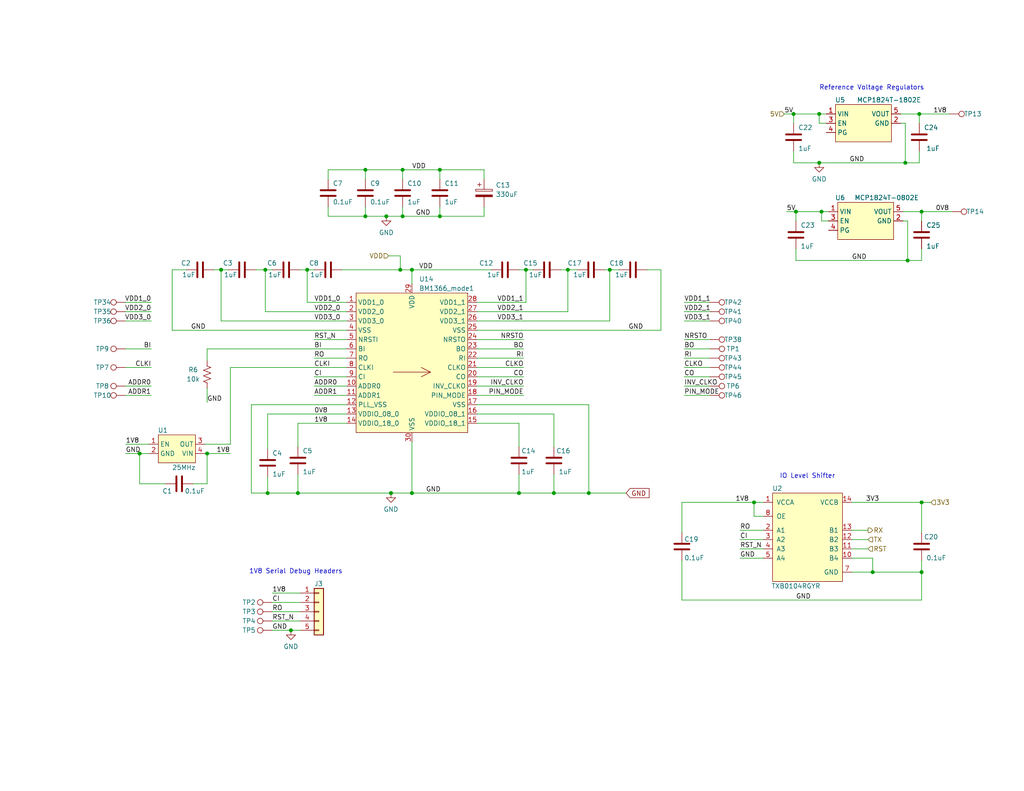
<source format=kicad_sch>
(kicad_sch (version 20231120) (generator "eeschema") (generator_version "8.0")
  (paper "A")
  (title_block (title "Bitaxe Ultra") (date "2023-12-10") (rev "204"))
  (lib_symbols
    (symbol "Connector:TestPoint" (pin_numbers hide) (pin_names (offset 0.762) hide)
      (property "Reference" "TP" (at 0 6.858 0))
      (property "Value" "TestPoint" (at 0 5.08 0))
      (symbol "TestPoint_0_1"
        (circle (center 0 3.302) (radius 0.762))
      )
      (symbol "TestPoint_1_1"
        (pin passive line (at 0 0 90) (length 2.54) (name "1") (number "1"))
      )
    )
    (symbol "Connector_Generic:Conn_01x05" (pin_names (offset 1.016) hide)
      (property "Reference" "J" (at 0 7.62 0))
      (property "Value" "Conn_01x05" (at 0 -7.62 0))
      (symbol "Conn_01x05_1_1"
        (rectangle (start -1.27 -4.953) (end 0 -5.207) (stroke (width 0.1524)))
        (rectangle (start -1.27 -2.413) (end 0 -2.667) (stroke (width 0.1524)))
        (rectangle (start -1.27 0.127) (end 0 -0.127) (stroke (width 0.1524)))
        (rectangle (start -1.27 2.667) (end 0 2.413) (stroke (width 0.1524)))
        (rectangle (start -1.27 5.207) (end 0 4.953) (stroke (width 0.1524)))
        (rectangle (start -1.27 6.35) (end 1.27 -6.35) (stroke (width 0.254)) (fill (type background)))
        (pin passive line (at -5.08 5.08 0) (length 3.81) (name "Pin_1") (number "1"))
        (pin passive line (at -5.08 2.54 0) (length 3.81) (name "Pin_2") (number "2"))
        (pin passive line (at -5.08 0 0) (length 3.81) (name "Pin_3") (number "3"))
        (pin passive line (at -5.08 -2.54 0) (length 3.81) (name "Pin_4") (number "4"))
        (pin passive line (at -5.08 -5.08 0) (length 3.81) (name "Pin_5") (number "5"))
      )
    )
    (symbol "Device:C" (pin_numbers hide) (pin_names (offset 0.254))
      (property "Reference" "C" (at 0.635 2.54 0))
      (property "Value" "C" (at 0.635 -2.54 0))
      (symbol "C_0_1"
        (polyline (pts (xy -2.032 -0.762) (xy 2.032 -0.762)) (stroke (width 0.508)))
        (polyline (pts (xy -2.032 0.762) (xy 2.032 0.762)) (stroke (width 0.508)))
      )
      (symbol "C_1_1"
        (pin passive line (at 0 3.81 270) (length 2.794) (name "~") (number "1"))
        (pin passive line (at 0 -3.81 90) (length 2.794) (name "~") (number "2"))
      )
    )
    (symbol "Device:C_Polarized" (pin_numbers hide) (pin_names (offset 0.254))
      (property "Reference" "C" (at 0.635 2.54 0))
      (property "Value" "C_Polarized" (at 0.635 -2.54 0))
      (symbol "C_Polarized_0_1"
        (rectangle (start -2.286 0.508) (end 2.286 1.016))
        (polyline (pts (xy -1.778 2.286) (xy -0.762 2.286)))
        (polyline (pts (xy -1.27 2.794) (xy -1.27 1.778)))
        (rectangle (start 2.286 -0.508) (end -2.286 -1.016) (fill (type outline)))
      )
      (symbol "C_Polarized_1_1"
        (pin passive line (at 0 3.81 270) (length 2.794) (name "~") (number "1"))
        (pin passive line (at 0 -3.81 90) (length 2.794) (name "~") (number "2"))
      )
    )
    (symbol "Device:R_US" (pin_numbers hide) (pin_names (offset 0))
      (property "Reference" "R" (at 2.54 0 90))
      (property "Value" "R_US" (at -2.54 0 90))
      (symbol "R_US_0_1"
        (polyline (pts (xy 0 -2.286) (xy 0 -2.54)))
        (polyline (pts (xy 0 2.286) (xy 0 2.54)))
        (polyline (pts (xy 0 -0.762) (xy 1.016 -1.143) (xy 0 -1.524) (xy -1.016 -1.905) (xy 0 -2.286)))
        (polyline (pts (xy 0 0.762) (xy 1.016 0.381) (xy 0 0) (xy -1.016 -0.381) (xy 0 -0.762)))
        (polyline (pts (xy 0 2.286) (xy 1.016 1.905) (xy 0 1.524) (xy -1.016 1.143) (xy 0 0.762)))
      )
      (symbol "R_US_1_1"
        (pin passive line (at 0 3.81 270) (length 1.27) (name "~") (number "1"))
        (pin passive line (at 0 -3.81 90) (length 1.27) (name "~") (number "2"))
      )
    )
    (symbol "MCP1824_1"
      (property "Reference" "U" (at -7.62 5.08 0))
      (property "Value" "MCP1824_1" (at 5.08 5.08 0))
      (symbol "MCP1824_1_0_1"
        (rectangle (start -7.62 3.81) (end 7.62 -6.35) (stroke (width 0.1524)) (fill (type background)))
      )
      (symbol "MCP1824_1_1_0"
        (pin bidirectional line (at -10.16 1.27 0) (length 2.54) (name "VIN") (number "1"))
        (pin bidirectional line (at 10.16 -1.27 180) (length 2.54) (name "GND") (number "2"))
        (pin bidirectional line (at -10.16 -1.27 0) (length 2.54) (name "EN") (number "3"))
        (pin bidirectional line (at -10.16 -3.81 0) (length 2.54) (name "PG") (number "4"))
        (pin bidirectional line (at 10.16 1.27 180) (length 2.54) (name "VOUT") (number "5"))
      )
    )
    (symbol "bitaxe:BM1366_mode1"
      (property "Reference" "U14" (at 1.9559 24.13 0))
      (property "Value" "BM1366_mode1" (at 1.9559 21.59 0))
      (symbol "BM1366_mode1_0_1"
        (rectangle (start -15.24 20.32) (end 15.24 -17.78) (fill (type background)))
        (polyline (pts (xy 5.08 -1.27) (xy -5.08 -1.27)))
        (polyline (pts (xy 5.08 -1.27) (xy 2.54 -2.54)))
        (polyline (pts (xy 5.08 -1.27) (xy 2.54 0)))
      )
      (symbol "BM1366_mode1_1_1"
        (pin power_in line (at -17.78 17.78 0) (length 2.54) (name "VDD1_0") (number "1"))
        (pin input line (at -17.78 -5.08 0) (length 2.54) (name "ADDR0") (number "10"))
        (pin input line (at -17.78 -7.62 0) (length 2.54) (name "ADDR1") (number "11"))
        (pin power_in line (at -17.78 -10.16 0) (length 2.54) (name "PLL_VSS") (number "12"))
        (pin power_in line (at -17.78 -12.7 0) (length 2.54) (name "VDDIO_08_0") (number "13"))
        (pin power_in line (at -17.78 -15.24 0) (length 2.54) (name "VDDIO_18_0") (number "14"))
        (pin power_in line (at 17.78 -15.24 180) (length 2.54) (name "VDDIO_18_1") (number "15"))
        (pin power_in line (at 17.78 -12.7 180) (length 2.54) (name "VDDIO_08_1") (number "16"))
        (pin power_in line (at 17.78 -10.16 180) (length 2.54) (name "VSS") (number "17"))
        (pin input line (at 17.78 -7.62 180) (length 2.54) (name "PIN_MODE") (number "18"))
        (pin output line (at 17.78 -5.08 180) (length 2.54) (name "INV_CLKO") (number "19"))
        (pin power_in line (at -17.78 15.24 0) (length 2.54) (name "VDD2_0") (number "2"))
        (pin output line (at 17.78 -2.54 180) (length 2.54) (name "CO") (number "20"))
        (pin output line (at 17.78 0 180) (length 2.54) (name "CLKO") (number "21"))
        (pin input line (at 17.78 2.54 180) (length 2.54) (name "RI") (number "22"))
        (pin output line (at 17.78 5.08 180) (length 2.54) (name "BO") (number "23"))
        (pin output line (at 17.78 7.62 180) (length 2.54) (name "NRSTO") (number "24"))
        (pin power_in line (at 17.78 10.16 180) (length 2.54) (name "VSS") (number "25"))
        (pin power_in line (at 17.78 12.7 180) (length 2.54) (name "VDD3_1") (number "26"))
        (pin power_in line (at 17.78 15.24 180) (length 2.54) (name "VDD2_1") (number "27"))
        (pin power_in line (at 17.78 17.78 180) (length 2.54) (name "VDD1_1") (number "28"))
        (pin power_in line (at 0 22.86 270) (length 2.54) (name "VDD") (number "29"))
        (pin power_in line (at -17.78 12.7 0) (length 2.54) (name "VDD3_0") (number "3"))
        (pin power_in line (at 0 -20.32 90) (length 2.54) (name "VSS") (number "30"))
        (pin power_in line (at -17.78 10.16 0) (length 2.54) (name "VSS") (number "4"))
        (pin input line (at -17.78 7.62 0) (length 2.54) (name "NRSTI") (number "5"))
        (pin input line (at -17.78 5.08 0) (length 2.54) (name "BI") (number "6"))
        (pin output line (at -17.78 2.54 0) (length 2.54) (name "RO") (number "7"))
        (pin input line (at -17.78 0 0) (length 2.54) (name "CLKI") (number "8"))
        (pin input line (at -17.78 -2.54 0) (length 2.54) (name "CI") (number "9"))
      )
    )
    (symbol "bitaxe:MCP1824"
      (property "Reference" "U" (at -7.62 5.08 0))
      (property "Value" "MCP1824" (at 5.08 5.08 0))
      (symbol "MCP1824_0_1"
        (rectangle (start -7.62 3.81) (end 7.62 -6.35) (stroke (width 0.1524)) (fill (type background)))
      )
      (symbol "MCP1824_1_0"
        (pin bidirectional line (at -10.16 1.27 0) (length 2.54) (name "VIN") (number "1"))
        (pin bidirectional line (at 10.16 -1.27 180) (length 2.54) (name "GND") (number "2"))
        (pin bidirectional line (at -10.16 -1.27 0) (length 2.54) (name "EN") (number "3"))
        (pin bidirectional line (at -10.16 -3.81 0) (length 2.54) (name "PG") (number "4"))
        (pin bidirectional line (at 10.16 1.27 180) (length 2.54) (name "VOUT") (number "5"))
      )
    )
    (symbol "bitaxe:TXB0104RGYR" (pin_names (offset 1.016))
      (property "Reference" "U" (at -8.89 12.7 0))
      (property "Value" "TXB0104RGYR" (at -8.89 -11.43 0))
      (symbol "TXB0104RGYR_0_0"
        (rectangle (start -8.89 12.7) (end 10.16 -11.43) (stroke (width 0.1524)) (fill (type background)))
        (pin power_in line (at -11.43 10.16 0) (length 2.54) (name "VCCA") (number "1"))
        (pin bidirectional line (at 12.7 -5.08 180) (length 2.54) (name "B4") (number "10"))
        (pin bidirectional line (at 12.7 -2.54 180) (length 2.54) (name "B3") (number "11"))
        (pin bidirectional line (at 12.7 0 180) (length 2.54) (name "B2") (number "12"))
        (pin bidirectional line (at 12.7 2.54 180) (length 2.54) (name "B1") (number "13"))
        (pin power_in line (at 12.7 10.16 180) (length 2.54) (name "VCCB") (number "14"))
        (pin passive line (at 12.7 -8.89 180) (length 2.54) hide (name "GND") (number "15"))
        (pin passive line (at 12.7 -8.89 180) (length 2.54) hide (name "GND") (number "16"))
        (pin passive line (at 12.7 -8.89 180) (length 2.54) hide (name "GND") (number "17"))
        (pin passive line (at 12.7 -8.89 180) (length 2.54) hide (name "GND") (number "18"))
        (pin passive line (at 12.7 -8.89 180) (length 2.54) hide (name "GND") (number "19"))
        (pin bidirectional line (at -11.43 2.54 0) (length 2.54) (name "A1") (number "2"))
        (pin bidirectional line (at -11.43 0 0) (length 2.54) (name "A2") (number "3"))
        (pin bidirectional line (at -11.43 -2.54 0) (length 2.54) (name "A3") (number "4"))
        (pin bidirectional line (at -11.43 -5.08 0) (length 2.54) (name "A4") (number "5"))
        (pin power_in line (at 12.7 -8.89 180) (length 2.54) (name "GND") (number "7"))
        (pin input line (at -11.43 6.35 0) (length 2.54) (name "OE") (number "8"))
      )
      (symbol "TXB0104RGYR_1_1"
        (pin no_connect line (at -11.43 -8.89 0) (length 2.54) hide (name "NC") (number "6"))
        (pin no_connect line (at -11.43 -8.89 0) (length 2.54) hide (name "NC") (number "9"))
      )
    )
    (symbol "bitaxe:oscillator"
      (property "Reference" "U" (at -3.81 5.08 0))
      (property "Value" "oscillator" (at 0 -5.08 0))
      (symbol "oscillator_0_1"
        (rectangle (start -5.08 3.81) (end 5.08 -3.81) (stroke (width 0.1524)) (fill (type background)))
      )
      (symbol "oscillator_1_0"
        (pin bidirectional line (at -7.62 1.27 0) (length 2.54) (name "EN") (number "1"))
        (pin bidirectional line (at -7.62 -1.27 0) (length 2.54) (name "GND") (number "2"))
        (pin bidirectional line (at 7.62 1.27 180) (length 2.54) (name "OUT") (number "3"))
        (pin bidirectional line (at 7.62 -1.27 180) (length 2.54) (name "VIN") (number "4"))
      )
    )
    (symbol "power:GND" (power) (pin_names (offset 0))
      (property "Value" "GND" (at 0 -3.81 0))
      (symbol "GND_0_1"
        (polyline (pts (xy 0 0) (xy 0 -1.27) (xy 1.27 -1.27) (xy 0 -2.54) (xy -1.27 -1.27) (xy 0 -1.27)))
      )
      (symbol "GND_1_1"
        (pin power_in line (at 0 0 270) (length 0) hide (name "GND") (number "1"))
      )
    )
  )
  (junction (at 120.015 46.355))
  (junction (at 112.395 134.62))
  (junction (at 143.51 73.66))
  (junction (at 223.52 44.45))
  (junction (at 154.94 73.66))
  (junction (at 216.535 31.115) (diameter 0.9144))
  (junction (at 160.655 134.62))
  (junction (at 81.28 134.62))
  (junction (at 224.155 57.785))
  (junction (at 251.46 156.21))
  (junction (at 79.375 172.085))
  (junction (at 105.41 59.055))
  (junction (at 60.325 73.66))
  (junction (at 73.025 134.62))
  (junction (at 106.68 134.62))
  (junction (at 247.65 71.12) (diameter 0.9144))
  (junction (at 38.1 123.825))
  (junction (at 250.825 31.115) (diameter 0.9144))
  (junction (at 151.13 134.62))
  (junction (at 217.17 57.785) (diameter 0.9144))
  (junction (at 247.015 44.45) (diameter 0.9144))
  (junction (at 223.52 31.115))
  (junction (at 109.22 73.66))
  (junction (at 99.695 46.355) (diameter 0.9144))
  (junction (at 112.395 73.66))
  (junction (at 99.695 59.055) (diameter 0.9144))
  (junction (at 72.39 73.66))
  (junction (at 120.015 59.055))
  (junction (at 109.855 46.355) (diameter 0.9144))
  (junction (at 109.855 59.055) (diameter 0.9144))
  (junction (at 83.82 73.66))
  (junction (at 205.74 137.16))
  (junction (at 238.125 156.21))
  (junction (at 56.515 123.825))
  (junction (at 141.605 134.62))
  (junction (at 166.37 73.66))
  (junction (at 251.46 137.16))
  (junction (at 251.46 57.785) (diameter 0.9144))
  (wire (pts (xy 34.29 121.285) (xy 40.64 121.285)))
  (wire (pts (xy 132.08 48.895) (xy 132.08 46.355)))
  (wire (pts (xy 55.88 123.825) (xy 56.515 123.825)))
  (wire (pts (xy 34.29 85.09) (xy 41.275 85.09)))
  (wire (pts (xy 74.295 161.925) (xy 81.915 161.925)))
  (wire (pts (xy 34.29 87.63) (xy 41.275 87.63)))
  (wire (pts (xy 166.37 87.63) (xy 166.37 73.66)))
  (wire (pts (xy 74.295 172.085) (xy 79.375 172.085)))
  (wire (pts (xy 180.34 90.17) (xy 180.34 73.66)))
  (wire (pts (xy 154.94 85.09) (xy 154.94 73.66)))
  (wire (pts (xy 85.725 102.87) (xy 94.615 102.87)))
  (wire (pts (xy 186.69 100.33) (xy 193.675 100.33)))
  (wire (pts (xy 68.58 134.62) (xy 73.025 134.62)))
  (wire (pts (xy 38.1 123.825) (xy 40.64 123.825)))
  (wire (pts (xy 186.055 137.16) (xy 205.74 137.16)))
  (wire (pts (xy 238.125 152.4) (xy 238.125 156.21)))
  (wire (pts (xy 232.41 149.86) (xy 236.855 149.86)))
  (wire (pts (xy 105.41 59.055) (xy 99.695 59.055)))
  (wire (pts (xy 112.395 120.65) (xy 112.395 134.62)))
  (wire (pts (xy 109.22 73.66) (xy 112.395 73.66)))
  (wire (pts (xy 112.395 134.62) (xy 141.605 134.62)))
  (wire (pts (xy 250.825 41.275) (xy 250.825 44.45)))
  (wire (pts (xy 247.015 33.655) (xy 245.745 33.655)))
  (wire (pts (xy 217.17 57.785) (xy 224.155 57.785)))
  (wire (pts (xy 186.69 105.41) (xy 193.675 105.41)))
  (wire (pts (xy 56.515 123.825) (xy 62.865 123.825)))
  (wire (pts (xy 130.175 105.41) (xy 142.875 105.41)))
  (wire (pts (xy 151.13 129.54) (xy 151.13 134.62)))
  (wire (pts (xy 186.69 85.09) (xy 193.675 85.09)))
  (wire (pts (xy 201.93 149.86) (xy 208.28 149.86)))
  (wire (pts (xy 34.29 123.825) (xy 38.1 123.825)))
  (wire (pts (xy 186.69 92.71) (xy 193.675 92.71)))
  (wire (pts (xy 130.175 92.71) (xy 142.875 92.71)))
  (wire (pts (xy 251.46 156.21) (xy 251.46 163.83)))
  (wire (pts (xy 130.175 82.55) (xy 143.51 82.55)))
  (wire (pts (xy 247.65 60.325) (xy 246.38 60.325)))
  (wire (pts (xy 56.515 132.08) (xy 56.515 123.825)))
  (wire (pts (xy 99.695 48.895) (xy 99.695 46.355)))
  (wire (pts (xy 250.825 44.45) (xy 247.015 44.45)))
  (wire (pts (xy 109.855 56.515) (xy 109.855 59.055)))
  (wire (pts (xy 79.375 172.085) (xy 81.915 172.085)))
  (wire (pts (xy 151.13 113.03) (xy 151.13 121.92)))
  (wire (pts (xy 217.17 67.945) (xy 217.17 71.12)))
  (wire (pts (xy 130.175 110.49) (xy 160.655 110.49)))
  (wire (pts (xy 208.28 140.97) (xy 205.74 140.97)))
  (wire (pts (xy 81.28 115.57) (xy 94.615 115.57)))
  (wire (pts (xy 52.705 132.08) (xy 56.515 132.08)))
  (wire (pts (xy 232.41 152.4) (xy 238.125 152.4)))
  (wire (pts (xy 217.17 57.785) (xy 217.17 60.325)))
  (wire (pts (xy 247.65 71.12) (xy 217.17 71.12)))
  (wire (pts (xy 141.605 73.66) (xy 143.51 73.66)))
  (wire (pts (xy 251.46 67.945) (xy 251.46 71.12)))
  (wire (pts (xy 201.93 144.78) (xy 208.28 144.78)))
  (wire (pts (xy 109.855 48.895) (xy 109.855 46.355)))
  (wire (pts (xy 151.13 134.62) (xy 160.655 134.62)))
  (wire (pts (xy 251.46 57.785) (xy 259.715 57.785)))
  (wire (pts (xy 81.915 73.66) (xy 83.82 73.66)))
  (wire (pts (xy 186.69 95.25) (xy 193.675 95.25)))
  (wire (pts (xy 153.035 73.66) (xy 154.94 73.66)))
  (wire (pts (xy 251.46 71.12) (xy 247.65 71.12)))
  (wire (pts (xy 109.22 69.85) (xy 109.22 73.66)))
  (wire (pts (xy 224.155 60.325) (xy 224.155 57.785)))
  (wire (pts (xy 216.535 41.275) (xy 216.535 44.45)))
  (wire (pts (xy 72.39 73.66) (xy 74.295 73.66)))
  (wire (pts (xy 85.725 105.41) (xy 94.615 105.41)))
  (wire (pts (xy 223.52 31.115) (xy 225.425 31.115)))
  (wire (pts (xy 60.325 87.63) (xy 60.325 73.66)))
  (wire (pts (xy 247.65 60.325) (xy 247.65 71.12)))
  (wire (pts (xy 120.015 59.055) (xy 109.855 59.055)))
  (wire (pts (xy 69.85 73.66) (xy 72.39 73.66)))
  (wire (pts (xy 251.46 137.16) (xy 254 137.16)))
  (wire (pts (xy 251.46 137.16) (xy 251.46 145.415)))
  (wire (pts (xy 34.29 95.25) (xy 41.275 95.25)))
  (wire (pts (xy 73.025 130.175) (xy 73.025 134.62)))
  (wire (pts (xy 46.99 73.66) (xy 50.8 73.66)))
  (wire (pts (xy 143.51 73.66) (xy 145.415 73.66)))
  (wire (pts (xy 73.025 134.62) (xy 81.28 134.62)))
  (wire (pts (xy 186.69 97.79) (xy 193.675 97.79)))
  (wire (pts (xy 232.41 147.32) (xy 236.855 147.32)))
  (wire (pts (xy 130.175 87.63) (xy 166.37 87.63)))
  (wire (pts (xy 223.52 33.655) (xy 225.425 33.655)))
  (wire (pts (xy 232.41 156.21) (xy 238.125 156.21)))
  (wire (pts (xy 130.175 90.17) (xy 180.34 90.17)))
  (wire (pts (xy 34.29 82.55) (xy 41.275 82.55)))
  (wire (pts (xy 130.175 107.95) (xy 142.875 107.95)))
  (wire (pts (xy 83.82 82.55) (xy 94.615 82.55)))
  (wire (pts (xy 99.695 59.055) (xy 89.535 59.055)))
  (wire (pts (xy 133.985 73.66) (xy 112.395 73.66)))
  (wire (pts (xy 60.325 73.66) (xy 62.23 73.66)))
  (wire (pts (xy 73.025 113.03) (xy 73.025 122.555)))
  (wire (pts (xy 224.155 57.785) (xy 226.06 57.785)))
  (wire (pts (xy 93.345 73.66) (xy 109.22 73.66)))
  (wire (pts (xy 85.725 107.95) (xy 94.615 107.95)))
  (wire (pts (xy 73.025 113.03) (xy 94.615 113.03)))
  (wire (pts (xy 89.535 56.515) (xy 89.535 59.055)))
  (wire (pts (xy 247.015 33.655) (xy 247.015 44.45)))
  (wire (pts (xy 109.855 59.055) (xy 105.41 59.055)))
  (wire (pts (xy 165.1 73.66) (xy 166.37 73.66)))
  (wire (pts (xy 109.855 46.355) (xy 120.015 46.355)))
  (wire (pts (xy 130.175 95.25) (xy 142.875 95.25)))
  (wire (pts (xy 58.42 73.66) (xy 60.325 73.66)))
  (wire (pts (xy 232.41 144.78) (xy 236.855 144.78)))
  (wire (pts (xy 246.38 57.785) (xy 251.46 57.785)))
  (wire (pts (xy 130.175 100.33) (xy 142.875 100.33)))
  (wire (pts (xy 120.015 48.895) (xy 120.015 46.355)))
  (wire (pts (xy 106.045 69.85) (xy 109.22 69.85)))
  (wire (pts (xy 72.39 85.09) (xy 72.39 73.66)))
  (wire (pts (xy 85.725 92.71) (xy 94.615 92.71)))
  (wire (pts (xy 238.125 156.21) (xy 251.46 156.21)))
  (wire (pts (xy 216.535 31.115) (xy 223.52 31.115)))
  (wire (pts (xy 213.995 31.115) (xy 216.535 31.115)))
  (wire (pts (xy 216.535 31.115) (xy 216.535 33.655)))
  (wire (pts (xy 141.605 129.54) (xy 141.605 134.62)))
  (wire (pts (xy 224.155 60.325) (xy 226.06 60.325)))
  (wire (pts (xy 81.28 129.54) (xy 81.28 134.62)))
  (wire (pts (xy 34.29 100.33) (xy 41.275 100.33)))
  (wire (pts (xy 214.63 57.785) (xy 217.17 57.785)))
  (wire (pts (xy 186.69 87.63) (xy 193.675 87.63)))
  (wire (pts (xy 72.39 85.09) (xy 94.615 85.09)))
  (wire (pts (xy 55.88 121.285) (xy 62.865 121.285)))
  (wire (pts (xy 245.745 31.115) (xy 250.825 31.115)))
  (wire (pts (xy 160.655 110.49) (xy 160.655 134.62)))
  (wire (pts (xy 62.865 100.33) (xy 62.865 121.285)))
  (wire (pts (xy 143.51 82.55) (xy 143.51 73.66)))
  (wire (pts (xy 130.175 115.57) (xy 141.605 115.57)))
  (wire (pts (xy 251.46 153.035) (xy 251.46 156.21)))
  (wire (pts (xy 99.695 56.515) (xy 99.695 59.055)))
  (wire (pts (xy 130.175 85.09) (xy 154.94 85.09)))
  (wire (pts (xy 201.93 152.4) (xy 208.28 152.4)))
  (wire (pts (xy 56.515 106.045) (xy 56.515 109.855)))
  (wire (pts (xy 186.055 153.035) (xy 186.055 163.83)))
  (wire (pts (xy 186.69 107.95) (xy 193.675 107.95)))
  (wire (pts (xy 154.94 73.66) (xy 157.48 73.66)))
  (wire (pts (xy 112.395 73.66) (xy 112.395 77.47)))
  (wire (pts (xy 180.34 73.66) (xy 176.53 73.66)))
  (wire (pts (xy 60.325 87.63) (xy 94.615 87.63)))
  (wire (pts (xy 160.655 134.62) (xy 170.815 134.62)))
  (wire (pts (xy 141.605 115.57) (xy 141.605 121.92)))
  (wire (pts (xy 56.515 95.25) (xy 94.615 95.25)))
  (wire (pts (xy 85.725 97.79) (xy 94.615 97.79)))
  (wire (pts (xy 89.535 46.355) (xy 99.695 46.355)))
  (wire (pts (xy 250.825 31.115) (xy 250.825 33.655)))
  (wire (pts (xy 81.28 115.57) (xy 81.28 121.92)))
  (wire (pts (xy 223.52 44.45) (xy 216.535 44.45)))
  (wire (pts (xy 130.175 97.79) (xy 142.875 97.79)))
  (wire (pts (xy 56.515 95.25) (xy 56.515 98.425)))
  (wire (pts (xy 166.37 73.66) (xy 168.91 73.66)))
  (wire (pts (xy 251.46 57.785) (xy 251.46 60.325)))
  (wire (pts (xy 120.015 46.355) (xy 132.08 46.355)))
  (wire (pts (xy 250.825 31.115) (xy 259.08 31.115)))
  (wire (pts (xy 186.055 145.415) (xy 186.055 137.16)))
  (wire (pts (xy 74.295 167.005) (xy 81.915 167.005)))
  (wire (pts (xy 223.52 33.655) (xy 223.52 31.115)))
  (wire (pts (xy 99.695 46.355) (xy 109.855 46.355)))
  (wire (pts (xy 62.865 100.33) (xy 94.615 100.33)))
  (wire (pts (xy 141.605 134.62) (xy 151.13 134.62)))
  (wire (pts (xy 34.29 105.41) (xy 41.275 105.41)))
  (wire (pts (xy 232.41 137.16) (xy 251.46 137.16)))
  (wire (pts (xy 132.08 56.515) (xy 132.08 59.055)))
  (wire (pts (xy 45.085 132.08) (xy 38.1 132.08)))
  (wire (pts (xy 186.69 102.87) (xy 193.675 102.87)))
  (wire (pts (xy 120.015 56.515) (xy 120.015 59.055)))
  (wire (pts (xy 89.535 48.895) (xy 89.535 46.355)))
  (wire (pts (xy 83.82 73.66) (xy 85.725 73.66)))
  (wire (pts (xy 94.615 90.17) (xy 46.99 90.17)))
  (wire (pts (xy 205.74 140.97) (xy 205.74 137.16)))
  (wire (pts (xy 94.615 110.49) (xy 68.58 110.49)))
  (wire (pts (xy 81.28 134.62) (xy 106.68 134.62)))
  (wire (pts (xy 186.69 82.55) (xy 193.675 82.55)))
  (wire (pts (xy 74.295 164.465) (xy 81.915 164.465)))
  (wire (pts (xy 83.82 73.66) (xy 83.82 82.55)))
  (wire (pts (xy 205.74 137.16) (xy 208.28 137.16)))
  (wire (pts (xy 74.295 169.545) (xy 81.915 169.545)))
  (wire (pts (xy 130.175 113.03) (xy 151.13 113.03)))
  (wire (pts (xy 201.93 147.32) (xy 208.28 147.32)))
  (wire (pts (xy 186.055 163.83) (xy 251.46 163.83)))
  (wire (pts (xy 38.1 132.08) (xy 38.1 123.825)))
  (wire (pts (xy 120.015 59.055) (xy 132.08 59.055)))
  (wire (pts (xy 130.175 102.87) (xy 142.875 102.87)))
  (wire (pts (xy 68.58 110.49) (xy 68.58 134.62)))
  (wire (pts (xy 46.99 90.17) (xy 46.99 73.66)))
  (wire (pts (xy 106.68 134.62) (xy 112.395 134.62)))
  (wire (pts (xy 34.29 107.95) (xy 41.275 107.95)))
  (wire (pts (xy 247.015 44.45) (xy 223.52 44.45)))
  (text "1V8 Serial Debug Headers" (at 67.945 156.845 0) (effects (font (size 1.27 1.27)) (justify left bottom)))
  (text "Reference Voltage Regulators" (at 223.52 24.765 0) (effects (font (size 1.27 1.27)) (justify left bottom)))
  (text "IO Level Shifter" (at 212.725 130.81 0) (effects (font (size 1.27 1.27)) (justify left bottom)))
  (label "VDD1_0" (at 85.725 82.55 0))
  (label "GND" (at 231.775 44.45 0))
  (label "NRSTO" (at 142.875 92.71 180))
  (label "GND" (at 171.45 90.17 0))
  (label "BO" (at 142.875 95.25 180))
  (label "ADDR1" (at 85.725 107.95 0))
  (label "GND" (at 74.295 172.085 0))
  (label "VDD1_1" (at 186.69 82.55 0))
  (label "CLKO" (at 186.69 100.33 0))
  (label "INV_CLKO" (at 142.875 105.41 180))
  (label "1V8" (at 254.635 31.115 0))
  (label "CO" (at 186.69 102.87 0))
  (label "PIN_MODE" (at 142.875 107.95 180))
  (label "VDD2_1" (at 142.875 85.09 180))
  (label "VDD2_1" (at 186.69 85.09 0))
  (label "RI" (at 186.69 97.79 0))
  (label "GND" (at 52.07 90.17 0))
  (label "CI" (at 74.295 164.465 0))
  (label "GND" (at 116.205 134.62 0))
  (label "5V" (at 214.63 57.785 0))
  (label "RO" (at 201.93 144.78 0))
  (label "1V8" (at 34.29 121.285 0))
  (label "VDD" (at 114.3 73.66 0))
  (label "RST_N" (at 74.295 169.545 0))
  (label "0V8" (at 255.27 57.785 0))
  (label "BI" (at 41.275 95.25 180))
  (label "VDD3_1" (at 186.69 87.63 0))
  (label "CLKO" (at 142.875 100.33 180))
  (label "GND" (at 34.29 123.825 0))
  (label "RO" (at 74.295 167.005 0))
  (label "VDD3_0" (at 85.725 87.63 0))
  (label "5V" (at 213.995 31.115 0))
  (label "VDD" (at 112.395 46.355 0))
  (label "RO" (at 85.725 97.79 0))
  (label "GND" (at 56.515 109.855 0))
  (label "VDD1_1" (at 142.875 82.55 180))
  (label "ADDR0" (at 85.725 105.41 0))
  (label "ADDR0" (at 34.925 105.41 0))
  (label "BO" (at 186.69 95.25 0))
  (label "1V8" (at 200.66 137.16 0))
  (label "CLKI" (at 85.725 100.33 0))
  (label "CO" (at 142.875 102.87 180))
  (label "RST_N" (at 85.725 92.71 0))
  (label "VDD3_0" (at 41.275 87.63 180))
  (label "ADDR1" (at 34.925 107.95 0))
  (label "1V8" (at 85.725 115.57 0))
  (label "GND" (at 232.41 71.12 0))
  (label "GND" (at 201.93 152.4 0))
  (label "CLKI" (at 41.275 100.33 180))
  (label "NRSTO" (at 186.69 92.71 0))
  (label "RI" (at 142.875 97.79 180))
  (label "VDD1_0" (at 41.275 82.55 180))
  (label "PIN_MODE" (at 186.69 107.95 0))
  (label "VDD2_0" (at 85.725 85.09 0))
  (label "BI" (at 85.725 95.25 0))
  (label "GND" (at 217.17 163.83 0))
  (label "VDD2_0" (at 41.275 85.09 180))
  (label "CI" (at 201.93 147.32 0))
  (label "CI" (at 85.725 102.87 0))
  (label "VDD3_1" (at 142.875 87.63 180))
  (label "1V8" (at 59.055 123.825 0))
  (label "0V8" (at 85.725 113.03 0))
  (label "GND" (at 117.475 59.055 180))
  (label "INV_CLKO" (at 186.69 105.41 0))
  (label "1V8" (at 74.295 161.925 0))
  (label "RST_N" (at 201.93 149.86 0))
  (label "3V3" (at 236.22 137.16 0))
  (global_label "GND" (shape input) (at 170.815 134.62 0) (property "Intersheetrefs" "${INTERSHEET_REFS}" (effects (hide yes))))
  (hierarchical_label "RST" (shape input) (at 236.855 149.86 0))
  (hierarchical_label "5V" (shape input) (at 213.995 31.115 180))
  (hierarchical_label "3V3" (shape input) (at 254 137.16 0))
  (hierarchical_label "TX" (shape input) (at 236.855 147.32 0))
  (hierarchical_label "VDD" (shape input) (at 106.045 69.85 180))
  (hierarchical_label "RX" (shape output) (at 236.855 144.78 0))
  (symbol (lib_id "Connector:TestPoint") (at 34.29 87.63 90) (unit 1) (in_bom no)
    (property "Reference" "TP36" (at 27.94 87.63 90))
    (property "Value" "TestPoint" (effects (hide yes)))
    (property "Footprint" "TestPoint:TestPoint_Pad_D1.5mm" (effects (hide yes)))
  )
  (symbol (lib_id "Device:C") (at 250.825 37.465 0) (unit 1)
    (property "Reference" "C24" (at 252.095 35.56 0) (effects (justify left bottom)))
    (property "Value" "1uF" (at 252.73 41.275 0) (effects (justify left bottom)))
    (property "Footprint" "Capacitor_SMD:C_0402_1005Metric" (effects (hide yes)))
    (property "DK" "587-5514-1-ND" (effects (hide yes)))
    (property "PARTNO" "EMK105BJ105MV-F" (effects (hide yes)))
  )
  (symbol (lib_id "Device:C") (at 216.535 37.465 0) (unit 1)
    (property "Reference" "C22" (at 217.805 35.56 0) (effects (justify left bottom)))
    (property "Value" "1uF" (at 217.805 41.275 0) (effects (justify left bottom)))
    (property "Footprint" "Capacitor_SMD:C_0402_1005Metric" (effects (hide yes)))
    (property "DK" "587-5514-1-ND" (effects (hide yes)))
    (property "PARTNO" "EMK105BJ105MV-F" (effects (hide yes)))
  )
  (symbol (lib_id "Connector:TestPoint") (at 74.295 169.545 90) (mirror x) (unit 1) (in_bom no)
    (property "Reference" "TP4" (at 67.945 169.545 90))
    (property "Value" "TestPoint" (effects (hide yes)))
    (property "Footprint" "TestPoint:TestPoint_Pad_D1.5mm" (effects (hide yes)))
  )
  (symbol (lib_id "Device:C") (at 89.535 52.705 0) (unit 1)
    (property "Reference" "C7" (at 90.805 50.8 0) (effects (justify left bottom)))
    (property "Value" "0.1uF" (at 90.805 55.88 0) (effects (justify left bottom)))
    (property "Footprint" "Capacitor_SMD:C_0402_1005Metric" (effects (hide yes)))
    (property "DK" "1292-1639-1-ND" (effects (hide yes)))
    (property "PARTNO" "0402X104K100CT" (effects (hide yes)))
  )
  (symbol (lib_id "Connector:TestPoint") (at 193.675 102.87 270) (unit 1) (in_bom no)
    (property "Reference" "TP45" (at 200.025 102.87 90))
    (property "Value" "TestPoint" (effects (hide yes)))
    (property "Footprint" "TestPoint:TestPoint_Pad_D1.5mm" (effects (hide yes)))
  )
  (symbol (lib_id "Device:C") (at 172.72 73.66 90) (unit 1)
    (property "Reference" "C18" (at 170.18 71.12 90) (effects (justify left bottom)))
    (property "Value" "1uF" (at 171.45 74.295 90) (effects (justify left bottom)))
    (property "Footprint" "Capacitor_SMD:C_0402_1005Metric" (effects (hide yes)))
    (property "DK" "587-5514-1-ND" (effects (hide yes)))
    (property "PARTNO" "EMK105BJ105MV-F" (effects (hide yes)))
  )
  (symbol (lib_id "power:GND") (at 106.68 134.62 0) (mirror y) (unit 1)
    (property "Reference" "#PWR02" (effects (hide yes)))
    (property "Value" "GND" (at 106.68 139.065 0))
  )
  (symbol (lib_id "Connector:TestPoint") (at 34.29 85.09 90) (unit 1) (in_bom no)
    (property "Reference" "TP35" (at 27.94 85.09 90))
    (property "Value" "TestPoint" (effects (hide yes)))
    (property "Footprint" "TestPoint:TestPoint_Pad_D1.5mm" (effects (hide yes)))
  )
  (symbol (lib_id "Connector:TestPoint") (at 34.29 95.25 90) (unit 1) (in_bom no)
    (property "Reference" "TP9" (at 27.94 95.25 90))
    (property "Value" "TestPoint" (effects (hide yes)))
    (property "Footprint" "TestPoint:TestPoint_Pad_D1.5mm" (effects (hide yes)))
  )
  (symbol (lib_id "Device:C") (at 161.29 73.66 90) (unit 1)
    (property "Reference" "C17" (at 158.75 71.12 90) (effects (justify left bottom)))
    (property "Value" "1uF" (at 160.02 74.295 90) (effects (justify left bottom)))
    (property "Footprint" "Capacitor_SMD:C_0402_1005Metric" (effects (hide yes)))
    (property "DK" "587-5514-1-ND" (effects (hide yes)))
    (property "PARTNO" "EMK105BJ105MV-F" (effects (hide yes)))
  )
  (symbol (lib_id "Connector:TestPoint") (at 74.295 167.005 90) (unit 1) (in_bom no)
    (property "Reference" "TP3" (at 67.945 167.005 90))
    (property "Value" "TestPoint" (effects (hide yes)))
    (property "Footprint" "TestPoint:TestPoint_Pad_D1.5mm" (effects (hide yes)))
  )
  (symbol (lib_id "Connector_Generic:Conn_01x05") (at 86.995 167.005 0) (unit 1) (in_bom no)
    (property "Reference" "J3" (at 85.725 159.385 0) (effects (justify left)))
    (property "Value" "Conn_01x05" (effects (hide yes)))
    (property "Footprint" "Connector_PinHeader_2.54mm:PinHeader_1x05_P2.54mm_Vertical" (effects (hide yes)))
  )
  (symbol (lib_id "Connector:TestPoint") (at 193.675 87.63 270) (unit 1) (in_bom no)
    (property "Reference" "TP40" (at 200.025 87.63 90))
    (property "Value" "TestPoint" (effects (hide yes)))
    (property "Footprint" "TestPoint:TestPoint_Pad_D1.5mm" (effects (hide yes)))
  )
  (symbol (lib_id "Device:C") (at 251.46 149.225 0) (unit 1)
    (property "Reference" "C20" (at 252.095 147.32 0) (effects (justify left bottom)))
    (property "Value" "0.1uF" (at 252.73 153.035 0) (effects (justify left bottom)))
    (property "Footprint" "Capacitor_SMD:C_0402_1005Metric" (effects (hide yes)))
    (property "DK" "1292-1639-1-ND" (effects (hide yes)))
    (property "PARTNO" "0402X104K100CT" (effects (hide yes)))
  )
  (symbol (lib_id "bitaxe:oscillator") (at 48.26 122.555 0) (unit 1)
    (property "Reference" "U1" (at 44.45 117.475 0))
    (property "Value" "25MHz" (at 50.165 127.635 0))
    (property "Footprint" "bitaxe:O 25,0-JO32-B-1V3-1-T1-LF" (effects (hide yes)))
    (property "Datasheet" "https://www.jauch.com/downloadfile/5ef1edcfb8e2f73163c8ce8009ef659d1/jo32-1.8-3.3v.pdf" (effects (hide yes)))
    (property "DK" "1908-O250-JO32-B-1V3-1-T1-LFCT-ND" (effects (hide yes)))
    (property "PARTNO" "O 25,0-JO32-B-1V3-1-T1-LF" (effects (hide yes)))
  )
  (symbol (lib_id "Device:C") (at 99.695 52.705 0) (unit 1)
    (property "Reference" "C9" (at 100.965 50.8 0) (effects (justify left bottom)))
    (property "Value" "0.1uF" (at 100.965 55.88 0) (effects (justify left bottom)))
    (property "Footprint" "Capacitor_SMD:C_0402_1005Metric" (effects (hide yes)))
    (property "DK" "1292-1639-1-ND" (effects (hide yes)))
    (property "PARTNO" "0402X104K100CT" (effects (hide yes)))
  )
  (symbol (lib_id "Device:C") (at 186.055 149.225 0) (unit 1)
    (property "Reference" "C19" (at 186.69 147.955 0) (effects (justify left bottom)))
    (property "Value" "0.1uF" (at 186.69 153.035 0) (effects (justify left bottom)))
    (property "Footprint" "Capacitor_SMD:C_0402_1005Metric" (effects (hide yes)))
    (property "DK" "1292-1639-1-ND" (effects (hide yes)))
    (property "PARTNO" "0402X104K100CT" (effects (hide yes)))
  )
  (symbol (lib_id "Device:C_Polarized") (at 132.08 52.705 0) (unit 1)
    (property "Reference" "C13" (at 135.255 50.5459 0) (effects (justify left)))
    (property "Value" "330uF" (at 135.255 53.0859 0) (effects (justify left)))
    (property "Footprint" "Capacitor_Tantalum_SMD:CP_EIA-7343-31_Kemet-D_Pad2.25x2.55mm_HandSolder" (effects (hide yes)))
    (property "DK" "718-1028-1-ND" (effects (hide yes)))
    (property "PARTNO" "293D337X9010E2TE3" (effects (hide yes)))
  )
  (symbol (lib_id "Connector:TestPoint") (at 193.675 82.55 270) (unit 1) (in_bom no)
    (property "Reference" "TP42" (at 200.025 82.55 90))
    (property "Value" "TestPoint" (effects (hide yes)))
    (property "Footprint" "TestPoint:TestPoint_Pad_D1.5mm" (effects (hide yes)))
  )
  (symbol (lib_id "Connector:TestPoint") (at 193.675 97.79 270) (unit 1) (in_bom no)
    (property "Reference" "TP43" (at 200.025 97.79 90))
    (property "Value" "TestPoint" (effects (hide yes)))
    (property "Footprint" "TestPoint:TestPoint_Pad_D1.5mm" (effects (hide yes)))
  )
  (symbol (lib_id "Connector:TestPoint") (at 34.29 82.55 90) (unit 1) (in_bom no)
    (property "Reference" "TP34" (at 27.94 82.55 90))
    (property "Value" "TestPoint" (effects (hide yes)))
    (property "Footprint" "TestPoint:TestPoint_Pad_D1.5mm" (effects (hide yes)))
  )
  (symbol (lib_id "Device:C") (at 48.895 132.08 90) (unit 1)
    (property "Reference" "C1" (at 46.99 133.35 90) (effects (justify left bottom)))
    (property "Value" "0.1uF" (at 55.88 133.35 90) (effects (justify left bottom)))
    (property "Footprint" "Capacitor_SMD:C_0402_1005Metric" (effects (hide yes)))
    (property "DK" "1292-1639-1-ND" (effects (hide yes)))
    (property "PARTNO" "0402X104K100CT" (effects (hide yes)))
  )
  (symbol (lib_id "Connector:TestPoint") (at 259.715 57.785 270) (mirror x) (unit 1) (in_bom no)
    (property "Reference" "TP14" (at 266.065 57.785 90))
    (property "Value" "TestPoint" (effects (hide yes)))
    (property "Footprint" "TestPoint:TestPoint_Pad_D1.5mm" (effects (hide yes)))
  )
  (symbol (lib_id "Connector:TestPoint") (at 193.675 92.71 270) (unit 1) (in_bom no)
    (property "Reference" "TP38" (at 200.025 92.71 90))
    (property "Value" "TestPoint" (effects (hide yes)))
    (property "Footprint" "TestPoint:TestPoint_Pad_D1.5mm" (effects (hide yes)))
  )
  (symbol (lib_id "Connector:TestPoint") (at 34.29 105.41 90) (unit 1) (in_bom no)
    (property "Reference" "TP8" (at 27.94 105.41 90))
    (property "Value" "TestPoint" (effects (hide yes)))
    (property "Footprint" "TestPoint:TestPoint_Pad_D1.5mm" (effects (hide yes)))
  )
  (symbol (lib_id "Device:C") (at 137.795 73.66 90) (unit 1)
    (property "Reference" "C12" (at 134.62 71.12 90) (effects (justify left bottom)))
    (property "Value" "1uF" (at 136.525 74.295 90) (effects (justify left bottom)))
    (property "Footprint" "Capacitor_SMD:C_0402_1005Metric" (effects (hide yes)))
    (property "DK" "587-5514-1-ND" (effects (hide yes)))
    (property "PARTNO" "EMK105BJ105MV-F" (effects (hide yes)))
  )
  (symbol (lib_id "Device:C") (at 109.855 52.705 0) (unit 1)
    (property "Reference" "C10" (at 111.125 50.8 0) (effects (justify left bottom)))
    (property "Value" "1uF" (at 111.125 55.88 0) (effects (justify left bottom)))
    (property "Footprint" "Capacitor_SMD:C_0402_1005Metric" (effects (hide yes)))
    (property "DK" "587-5514-1-ND" (effects (hide yes)))
    (property "PARTNO" "EMK105BJ105MV-F" (effects (hide yes)))
  )
  (symbol (lib_name "MCP1824_1") (lib_id "bitaxe:MCP1824") (at 236.22 59.055 0) (unit 1)
    (property "Reference" "U6" (at 229.235 53.975 0))
    (property "Value" "MCP1824T-0802E" (at 241.935 53.975 0))
    (property "Footprint" "Package_TO_SOT_SMD:SOT-23-5" (effects (hide yes)))
    (property "Datasheet" "https://ww1.microchip.com/downloads/en/DeviceDoc/22070a.pdf" (effects (hide yes)))
    (property "PARTNO" "MCP1824T-0802E/OT" (effects (hide yes)))
    (property "DK" "MCP1824T-0802E/OTCT-ND" (effects (hide yes)))
  )
  (symbol (lib_id "bitaxe:TXB0104RGYR") (at 219.71 147.32 0) (unit 1)
    (property "Reference" "U2" (at 212.09 133.35 0))
    (property "Value" "TXB0104RGYR" (at 217.17 160.02 0))
    (property "Footprint" "bitaxe:TXB0104" (effects (hide yes)))
    (property "Datasheet" "https://www.ti.com/lit/ds/symlink/txb0104.pdf?HQS=dis-dk-null-digikeymode-dsf-pf-null-wwe&ts=1669420543825&ref_url=https%253A%252F%252Fwww.ti.com%252Fgeneral%252Fdocs%252Fsuppproductinfo.tsp%253FdistId%253D10%2526gotoUrl%253Dhttps%253A%252F%252Fwww.ti.com%252Flit%252Fgpn%252Ftxb0104" (effects (hide yes)))
    (property "DK" "296-21930-1-ND" (effects (hide yes)))
    (property "PARTNO" "TXB0104RGYR" (effects (hide yes)))
  )
  (symbol (lib_id "Connector:TestPoint") (at 74.295 164.465 90) (mirror x) (unit 1) (in_bom no)
    (property "Reference" "TP2" (at 67.945 164.465 90))
    (property "Value" "TestPoint" (effects (hide yes)))
    (property "Footprint" "TestPoint:TestPoint_Pad_D1.5mm" (effects (hide yes)))
  )
  (symbol (lib_id "Device:C") (at 66.04 73.66 90) (unit 1)
    (property "Reference" "C3" (at 63.5 71.12 90) (effects (justify left bottom)))
    (property "Value" "1uF" (at 64.77 74.295 90) (effects (justify left bottom)))
    (property "Footprint" "Capacitor_SMD:C_0402_1005Metric" (effects (hide yes)))
    (property "DK" "587-5514-1-ND" (effects (hide yes)))
    (property "PARTNO" "EMK105BJ105MV-F" (effects (hide yes)))
  )
  (symbol (lib_id "power:GND") (at 223.52 44.45 0) (mirror y) (unit 1)
    (property "Reference" "#PWR04" (effects (hide yes)))
    (property "Value" "GND" (at 223.52 48.895 0))
  )
  (symbol (lib_id "Device:C") (at 120.015 52.705 0) (unit 1)
    (property "Reference" "C11" (at 121.285 50.8 0) (effects (justify left bottom)))
    (property "Value" "1uF" (at 121.285 55.88 0) (effects (justify left bottom)))
    (property "Footprint" "Capacitor_SMD:C_0402_1005Metric" (effects (hide yes)))
    (property "DK" "587-5514-1-ND" (effects (hide yes)))
    (property "PARTNO" "EMK105BJ105MV-F" (effects (hide yes)))
  )
  (symbol (lib_id "Connector:TestPoint") (at 193.675 100.33 270) (unit 1) (in_bom no)
    (property "Reference" "TP44" (at 200.025 100.33 90))
    (property "Value" "TestPoint" (effects (hide yes)))
    (property "Footprint" "TestPoint:TestPoint_Pad_D1.5mm" (effects (hide yes)))
  )
  (symbol (lib_id "Device:C") (at 73.025 126.365 0) (unit 1)
    (property "Reference" "C4" (at 74.295 124.46 0) (effects (justify left bottom)))
    (property "Value" "1uF" (at 74.295 130.175 0) (effects (justify left bottom)))
    (property "Footprint" "Capacitor_SMD:C_0402_1005Metric" (effects (hide yes)))
    (property "DK" "587-5514-1-ND" (effects (hide yes)))
    (property "PARTNO" "EMK105BJ105MV-F" (effects (hide yes)))
  )
  (symbol (lib_id "Device:C") (at 141.605 125.73 0) (unit 1)
    (property "Reference" "C14" (at 142.24 123.825 0) (effects (justify left bottom)))
    (property "Value" "1uF" (at 142.24 129.54 0) (effects (justify left bottom)))
    (property "Footprint" "Capacitor_SMD:C_0402_1005Metric" (effects (hide yes)))
    (property "DK" "587-5514-1-ND" (effects (hide yes)))
    (property "PARTNO" "EMK105BJ105MV-F" (effects (hide yes)))
  )
  (symbol (lib_id "Device:C") (at 81.28 125.73 0) (unit 1)
    (property "Reference" "C5" (at 82.55 123.825 0) (effects (justify left bottom)))
    (property "Value" "1uF" (at 82.55 129.54 0) (effects (justify left bottom)))
    (property "Footprint" "Capacitor_SMD:C_0402_1005Metric" (effects (hide yes)))
    (property "DK" "587-5514-1-ND" (effects (hide yes)))
    (property "PARTNO" "EMK105BJ105MV-F" (effects (hide yes)))
  )
  (symbol (lib_id "Connector:TestPoint") (at 193.675 105.41 270) (unit 1) (in_bom no)
    (property "Reference" "TP6" (at 200.025 105.41 90))
    (property "Value" "TestPoint" (effects (hide yes)))
    (property "Footprint" "TestPoint:TestPoint_Pad_D1.5mm" (effects (hide yes)))
  )
  (symbol (lib_id "Connector:TestPoint") (at 193.675 95.25 270) (unit 1) (in_bom no)
    (property "Reference" "TP1" (at 200.025 95.25 90))
    (property "Value" "TestPoint" (effects (hide yes)))
    (property "Footprint" "TestPoint:TestPoint_Pad_D1.5mm" (effects (hide yes)))
  )
  (symbol (lib_id "bitaxe:BM1366_mode1") (at 112.395 100.33 0) (unit 1)
    (property "Reference" "U14" (at 114.3509 76.2 0) (effects (justify left)))
    (property "Value" "BM1366_mode1" (at 114.3509 78.74 0) (effects (justify left)))
    (property "Footprint" "bitaxe:BM1366" (effects (hide yes)))
  )
  (symbol (lib_id "Connector:TestPoint") (at 34.29 100.33 90) (unit 1) (in_bom no)
    (property "Reference" "TP7" (at 27.94 100.33 90))
    (property "Value" "TestPoint" (effects (hide yes)))
    (property "Footprint" "TestPoint:TestPoint_Pad_D1.5mm" (effects (hide yes)))
  )
  (symbol (lib_id "Connector:TestPoint") (at 193.675 85.09 270) (unit 1) (in_bom no)
    (property "Reference" "TP41" (at 200.025 85.09 90))
    (property "Value" "TestPoint" (effects (hide yes)))
    (property "Footprint" "TestPoint:TestPoint_Pad_D1.5mm" (effects (hide yes)))
  )
  (symbol (lib_id "Connector:TestPoint") (at 259.08 31.115 270) (mirror x) (unit 1) (in_bom no)
    (property "Reference" "TP13" (at 265.43 31.115 90))
    (property "Value" "TestPoint" (effects (hide yes)))
    (property "Footprint" "TestPoint:TestPoint_Pad_D1.5mm" (effects (hide yes)))
  )
  (symbol (lib_id "Connector:TestPoint") (at 193.675 107.95 270) (unit 1) (in_bom no)
    (property "Reference" "TP46" (at 200.025 107.95 90))
    (property "Value" "TestPoint" (effects (hide yes)))
    (property "Footprint" "TestPoint:TestPoint_Pad_D1.5mm" (effects (hide yes)))
  )
  (symbol (lib_id "Connector:TestPoint") (at 34.29 107.95 90) (unit 1) (in_bom no)
    (property "Reference" "TP10" (at 27.94 107.95 90))
    (property "Value" "TestPoint" (effects (hide yes)))
    (property "Footprint" "TestPoint:TestPoint_Pad_D1.5mm" (effects (hide yes)))
  )
  (symbol (lib_id "bitaxe:MCP1824") (at 235.585 32.385 0) (unit 1)
    (property "Reference" "U5" (at 229.235 27.305 0))
    (property "Value" "MCP1824T-1802E" (at 242.57 27.305 0))
    (property "Footprint" "Package_TO_SOT_SMD:SOT-23-5" (effects (hide yes)))
    (property "Datasheet" "https://ww1.microchip.com/downloads/en/DeviceDoc/22070a.pdf" (effects (hide yes)))
    (property "PARTNO" "MCP1824T-1802E/OT" (effects (hide yes)))
    (property "DK" "MCP1824T-1802E/OTCT-ND" (effects (hide yes)))
  )
  (symbol (lib_id "power:GND") (at 105.41 59.055 0) (mirror y) (unit 1)
    (property "Reference" "#PWR01" (effects (hide yes)))
    (property "Value" "GND" (at 105.41 63.5 0))
  )
  (symbol (lib_id "Device:R_US") (at 56.515 102.235 180) (unit 1)
    (property "Reference" "R6" (at 52.705 100.965 0))
    (property "Value" "10k" (at 52.705 103.505 0))
    (property "Footprint" "Resistor_SMD:R_0402_1005Metric" (effects (hide yes)))
    (property "DK" "311-10KJRCT-ND" (effects (hide yes)))
    (property "PARTNO" "RC0402JR-0710KL" (effects (hide yes)))
  )
  (symbol (lib_id "Device:C") (at 217.17 64.135 0) (unit 1)
    (property "Reference" "C23" (at 218.44 62.23 0) (effects (justify left bottom)))
    (property "Value" "1uF" (at 218.44 67.945 0) (effects (justify left bottom)))
    (property "Footprint" "Capacitor_SMD:C_0402_1005Metric" (effects (hide yes)))
    (property "DK" "587-5514-1-ND" (effects (hide yes)))
    (property "PARTNO" "EMK105BJ105MV-F" (effects (hide yes)))
  )
  (symbol (lib_id "Device:C") (at 151.13 125.73 0) (unit 1)
    (property "Reference" "C16" (at 151.765 123.825 0) (effects (justify left bottom)))
    (property "Value" "1uF" (at 152.4 129.54 0) (effects (justify left bottom)))
    (property "Footprint" "Capacitor_SMD:C_0402_1005Metric" (effects (hide yes)))
    (property "DK" "587-5514-1-ND" (effects (hide yes)))
    (property "PARTNO" "EMK105BJ105MV-F" (effects (hide yes)))
  )
  (symbol (lib_id "Device:C") (at 54.61 73.66 90) (unit 1)
    (property "Reference" "C2" (at 52.07 71.12 90) (effects (justify left bottom)))
    (property "Value" "1uF" (at 53.34 74.295 90) (effects (justify left bottom)))
    (property "Footprint" "Capacitor_SMD:C_0402_1005Metric" (effects (hide yes)))
    (property "DK" "587-5514-1-ND" (effects (hide yes)))
    (property "PARTNO" "EMK105BJ105MV-F" (effects (hide yes)))
  )
  (symbol (lib_id "Device:C") (at 89.535 73.66 90) (unit 1)
    (property "Reference" "C8" (at 86.995 71.12 90) (effects (justify left bottom)))
    (property "Value" "1uF" (at 88.265 74.295 90) (effects (justify left bottom)))
    (property "Footprint" "Capacitor_SMD:C_0402_1005Metric" (effects (hide yes)))
    (property "DK" "587-5514-1-ND" (effects (hide yes)))
    (property "PARTNO" "EMK105BJ105MV-F" (effects (hide yes)))
  )
  (symbol (lib_id "Device:C") (at 251.46 64.135 0) (unit 1)
    (property "Reference" "C25" (at 252.73 62.23 0) (effects (justify left bottom)))
    (property "Value" "1uF" (at 252.73 67.945 0) (effects (justify left bottom)))
    (property "Footprint" "Capacitor_SMD:C_0402_1005Metric" (effects (hide yes)))
    (property "DK" "587-5514-1-ND" (effects (hide yes)))
    (property "PARTNO" "EMK105BJ105MV-F" (effects (hide yes)))
  )
  (symbol (lib_id "Connector:TestPoint") (at 74.295 172.085 90) (mirror x) (unit 1) (in_bom no)
    (property "Reference" "TP5" (at 67.945 172.085 90))
    (property "Value" "TestPoint" (effects (hide yes)))
    (property "Footprint" "TestPoint:TestPoint_Pad_D1.5mm" (effects (hide yes)))
  )
  (symbol (lib_id "Device:C") (at 78.105 73.66 90) (unit 1)
    (property "Reference" "C6" (at 75.565 71.12 90) (effects (justify left bottom)))
    (property "Value" "1uF" (at 76.835 74.295 90) (effects (justify left bottom)))
    (property "Footprint" "Capacitor_SMD:C_0402_1005Metric" (effects (hide yes)))
    (property "DK" "587-5514-1-ND" (effects (hide yes)))
    (property "PARTNO" "EMK105BJ105MV-F" (effects (hide yes)))
  )
  (symbol (lib_id "power:GND") (at 79.375 172.085 0) (mirror y) (unit 1)
    (property "Reference" "#PWR03" (effects (hide yes)))
    (property "Value" "GND" (at 79.375 176.53 0))
  )
  (symbol (lib_id "Device:C") (at 149.225 73.66 90) (unit 1)
    (property "Reference" "C15" (at 146.685 71.12 90) (effects (justify left bottom)))
    (property "Value" "1uF" (at 147.955 74.295 90) (effects (justify left bottom)))
    (property "Footprint" "Capacitor_SMD:C_0402_1005Metric" (effects (hide yes)))
    (property "DK" "587-5514-1-ND" (effects (hide yes)))
    (property "PARTNO" "EMK105BJ105MV-F" (effects (hide yes)))
  )
)
</source>
